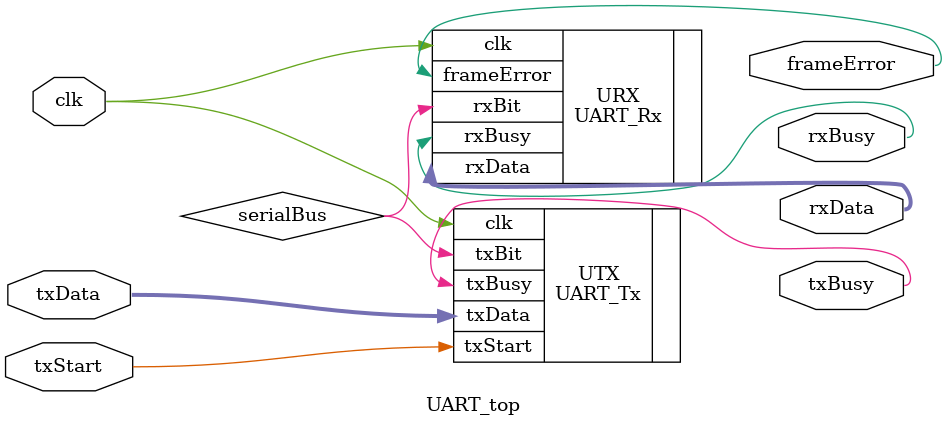
<source format=v>
`timescale 1ns / 1ps

module UART_top #(parameter BUS_WIDTH = 8, parameter PARITY = 1'b1, parameter STOP_BITS = 2'b01)
(
        input clk,
        input [BUS_WIDTH-1:0] txData,
        input txStart,
        output [BUS_WIDTH-1:0] rxData,
        output  rxBusy,
        output  txBusy,
        output  frameError
);

wire serialBus;

UART_Tx #(8,1,1) UTX (.clk(clk),
                      .txData(txData),
                      .txStart(txStart),
                      .txBusy(txBusy),
                      .txBit(serialBus));
                      
UART_Rx #(8,1,1) URX (.clk(clk),
                      .rxBusy(rxBusy),
                      .rxData(rxData),
                      .frameError(frameError),
                      .rxBit(serialBus));
endmodule

</source>
